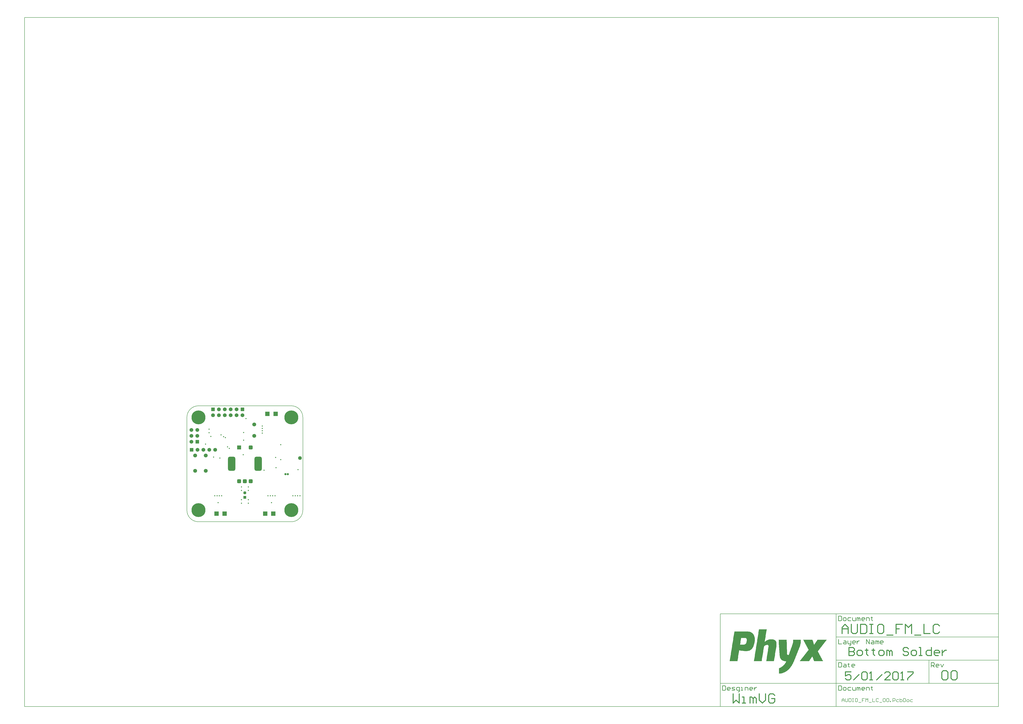
<source format=gbs>
G04 Layer_Color=16711935*
%FSLAX25Y25*%
%MOIN*%
G70*
G01*
G75*
%ADD12C,0.01575*%
%ADD27C,0.00787*%
%ADD33C,0.00591*%
%ADD34C,0.00984*%
%ADD67C,0.06496*%
%ADD68R,0.06496X0.06496*%
%ADD69C,0.23622*%
%ADD70C,0.03740*%
%ADD71C,0.06591*%
%ADD72R,0.07677X0.07677*%
%ADD73R,0.06890X0.06890*%
G04:AMPARAMS|DCode=74|XSize=68.9mil|YSize=68.9mil|CornerRadius=18.7mil|HoleSize=0mil|Usage=FLASHONLY|Rotation=0.000|XOffset=0mil|YOffset=0mil|HoleType=Round|Shape=RoundedRectangle|*
%AMROUNDEDRECTD74*
21,1,0.06890,0.03150,0,0,0.0*
21,1,0.03150,0.06890,0,0,0.0*
1,1,0.03740,0.01575,-0.01575*
1,1,0.03740,-0.01575,-0.01575*
1,1,0.03740,-0.01575,0.01575*
1,1,0.03740,0.01575,0.01575*
%
%ADD74ROUNDEDRECTD74*%
G04:AMPARAMS|DCode=75|XSize=124.02mil|YSize=242.13mil|CornerRadius=32.48mil|HoleSize=0mil|Usage=FLASHONLY|Rotation=0.000|XOffset=0mil|YOffset=0mil|HoleType=Round|Shape=RoundedRectangle|*
%AMROUNDEDRECTD75*
21,1,0.12402,0.17716,0,0,0.0*
21,1,0.05906,0.24213,0,0,0.0*
1,1,0.06496,0.02953,-0.08858*
1,1,0.06496,-0.02953,-0.08858*
1,1,0.06496,-0.02953,0.08858*
1,1,0.06496,0.02953,0.08858*
%
%ADD75ROUNDEDRECTD75*%
%ADD76C,0.06299*%
G04:AMPARAMS|DCode=77|XSize=45.28mil|YSize=45.28mil|CornerRadius=12.8mil|HoleSize=0mil|Usage=FLASHONLY|Rotation=90.000|XOffset=0mil|YOffset=0mil|HoleType=Round|Shape=RoundedRectangle|*
%AMROUNDEDRECTD77*
21,1,0.04528,0.01969,0,0,90.0*
21,1,0.01969,0.04528,0,0,90.0*
1,1,0.02559,0.00984,0.00984*
1,1,0.02559,0.00984,-0.00984*
1,1,0.02559,-0.00984,-0.00984*
1,1,0.02559,-0.00984,0.00984*
%
%ADD77ROUNDEDRECTD77*%
%ADD78R,0.04528X0.04528*%
%ADD79R,0.06496X0.06496*%
%ADD80C,0.01969*%
G36*
X1086432Y-200414D02*
X1086145D01*
Y-200700D01*
X1085859D01*
Y-200987D01*
Y-201273D01*
X1085573D01*
Y-201559D01*
X1085286D01*
Y-201846D01*
X1085000D01*
Y-202132D01*
Y-202418D01*
X1084714D01*
Y-202704D01*
X1084427D01*
Y-202991D01*
X1084141D01*
Y-203277D01*
X1083855D01*
Y-203563D01*
Y-203850D01*
X1083568D01*
Y-204136D01*
X1083282D01*
Y-204422D01*
X1082996D01*
Y-204709D01*
Y-204995D01*
X1082710D01*
Y-205281D01*
X1082423D01*
Y-205568D01*
X1082137D01*
Y-205854D01*
X1081851D01*
Y-206140D01*
Y-206427D01*
X1081564D01*
Y-206713D01*
X1081278D01*
Y-206999D01*
X1080992D01*
Y-207285D01*
Y-207572D01*
X1080705D01*
Y-207858D01*
X1080419D01*
Y-208144D01*
X1080133D01*
Y-208431D01*
Y-208717D01*
X1079846D01*
Y-209003D01*
X1079560D01*
Y-209290D01*
X1079274D01*
Y-209576D01*
X1078988D01*
Y-209862D01*
Y-210149D01*
X1078701D01*
Y-210435D01*
X1078415D01*
Y-210721D01*
X1078129D01*
Y-211007D01*
Y-211294D01*
X1077842D01*
Y-211580D01*
X1077556D01*
Y-211866D01*
X1077270D01*
Y-212153D01*
Y-212439D01*
X1076983D01*
Y-212725D01*
X1076697D01*
Y-213012D01*
X1076411D01*
Y-213298D01*
X1076124D01*
Y-213584D01*
Y-213871D01*
X1075838D01*
Y-214157D01*
X1075552D01*
Y-214443D01*
X1075265D01*
Y-214730D01*
Y-215016D01*
X1074979D01*
Y-215302D01*
X1074693D01*
Y-215588D01*
X1074407D01*
Y-215875D01*
Y-216161D01*
X1074120D01*
Y-216447D01*
X1073834D01*
Y-216734D01*
X1073548D01*
Y-217020D01*
X1073261D01*
Y-217306D01*
Y-217593D01*
X1072975D01*
Y-217879D01*
X1072689D01*
Y-218165D01*
X1072402D01*
Y-218452D01*
Y-218738D01*
X1072116D01*
Y-219024D01*
X1071830D01*
Y-219311D01*
X1071543D01*
Y-219597D01*
X1071257D01*
Y-219883D01*
Y-220169D01*
X1071543D01*
Y-220456D01*
Y-220742D01*
X1071830D01*
Y-221028D01*
Y-221315D01*
X1072116D01*
Y-221601D01*
X1072402D01*
Y-221887D01*
Y-222174D01*
X1072689D01*
Y-222460D01*
Y-222746D01*
X1072975D01*
Y-223033D01*
Y-223319D01*
X1073261D01*
Y-223605D01*
Y-223892D01*
X1073548D01*
Y-224178D01*
Y-224464D01*
X1073834D01*
Y-224750D01*
Y-225037D01*
X1074120D01*
Y-225323D01*
Y-225609D01*
X1074407D01*
Y-225896D01*
Y-226182D01*
X1074693D01*
Y-226468D01*
X1074979D01*
Y-226755D01*
Y-227041D01*
X1075265D01*
Y-227327D01*
Y-227614D01*
X1075552D01*
Y-227900D01*
Y-228186D01*
X1075838D01*
Y-228473D01*
Y-228759D01*
X1076124D01*
Y-229045D01*
Y-229331D01*
X1076411D01*
Y-229618D01*
Y-229904D01*
X1076697D01*
Y-230190D01*
Y-230477D01*
X1076983D01*
Y-230763D01*
X1077270D01*
Y-231049D01*
Y-231336D01*
X1077556D01*
Y-231622D01*
Y-231908D01*
X1077842D01*
Y-232195D01*
Y-232481D01*
X1078129D01*
Y-232767D01*
Y-233054D01*
X1078415D01*
Y-233340D01*
Y-233626D01*
X1078701D01*
Y-233912D01*
Y-234199D01*
X1078988D01*
Y-234485D01*
Y-234771D01*
X1079274D01*
Y-235058D01*
X1079560D01*
Y-235344D01*
Y-235630D01*
X1079846D01*
Y-235917D01*
Y-236203D01*
X1080133D01*
Y-236489D01*
X1064958D01*
Y-236203D01*
X1064672D01*
Y-235917D01*
Y-235630D01*
Y-235344D01*
X1064386D01*
Y-235058D01*
Y-234771D01*
Y-234485D01*
X1064099D01*
Y-234199D01*
Y-233912D01*
X1063813D01*
Y-233626D01*
Y-233340D01*
Y-233054D01*
X1063527D01*
Y-232767D01*
Y-232481D01*
Y-232195D01*
X1063240D01*
Y-231908D01*
Y-231622D01*
X1062954D01*
Y-231336D01*
Y-231049D01*
Y-230763D01*
X1062668D01*
Y-230477D01*
Y-230190D01*
Y-229904D01*
X1062381D01*
Y-229618D01*
Y-229331D01*
Y-229045D01*
X1062095D01*
Y-228759D01*
X1061522D01*
Y-229045D01*
Y-229331D01*
X1061236D01*
Y-229618D01*
X1060950D01*
Y-229904D01*
Y-230190D01*
X1060664D01*
Y-230477D01*
X1060377D01*
Y-230763D01*
Y-231049D01*
X1060091D01*
Y-231336D01*
X1059805D01*
Y-231622D01*
Y-231908D01*
X1059518D01*
Y-232195D01*
X1059232D01*
Y-232481D01*
X1058946D01*
Y-232767D01*
Y-233054D01*
X1058659D01*
Y-233340D01*
X1058373D01*
Y-233626D01*
Y-233912D01*
X1058087D01*
Y-234199D01*
X1057800D01*
Y-234485D01*
Y-234771D01*
X1057514D01*
Y-235058D01*
X1057228D01*
Y-235344D01*
Y-235630D01*
X1056941D01*
Y-235917D01*
X1056655D01*
Y-236203D01*
Y-236489D01*
X1040622D01*
Y-236203D01*
X1040908D01*
Y-235917D01*
X1041194D01*
Y-235630D01*
X1041481D01*
Y-235344D01*
X1041767D01*
Y-235058D01*
Y-234771D01*
X1042053D01*
Y-234485D01*
X1042340D01*
Y-234199D01*
X1042626D01*
Y-233912D01*
X1042912D01*
Y-233626D01*
Y-233340D01*
X1043198D01*
Y-233054D01*
X1043485D01*
Y-232767D01*
X1043771D01*
Y-232481D01*
Y-232195D01*
X1044057D01*
Y-231908D01*
X1044344D01*
Y-231622D01*
X1044630D01*
Y-231336D01*
X1044916D01*
Y-231049D01*
Y-230763D01*
X1045203D01*
Y-230477D01*
X1045489D01*
Y-230190D01*
X1045775D01*
Y-229904D01*
X1046062D01*
Y-229618D01*
Y-229331D01*
X1046348D01*
Y-229045D01*
X1046634D01*
Y-228759D01*
X1046920D01*
Y-228473D01*
Y-228186D01*
X1047207D01*
Y-227900D01*
X1047493D01*
Y-227614D01*
X1047779D01*
Y-227327D01*
X1048066D01*
Y-227041D01*
Y-226755D01*
X1048352D01*
Y-226468D01*
X1048638D01*
Y-226182D01*
X1048925D01*
Y-225896D01*
Y-225609D01*
X1049211D01*
Y-225323D01*
X1049497D01*
Y-225037D01*
X1049784D01*
Y-224750D01*
X1050070D01*
Y-224464D01*
Y-224178D01*
X1050356D01*
Y-223892D01*
X1050642D01*
Y-223605D01*
X1050929D01*
Y-223319D01*
Y-223033D01*
X1051215D01*
Y-222746D01*
X1051501D01*
Y-222460D01*
X1051788D01*
Y-222174D01*
X1052074D01*
Y-221887D01*
Y-221601D01*
X1052360D01*
Y-221315D01*
X1052647D01*
Y-221028D01*
X1052933D01*
Y-220742D01*
X1053219D01*
Y-220456D01*
Y-220169D01*
X1053506D01*
Y-219883D01*
X1053792D01*
Y-219597D01*
X1054078D01*
Y-219311D01*
Y-219024D01*
X1054365D01*
Y-218738D01*
X1054651D01*
Y-218452D01*
X1054937D01*
Y-218165D01*
X1055223D01*
Y-217879D01*
Y-217593D01*
X1055510D01*
Y-217306D01*
Y-217020D01*
Y-216734D01*
X1055223D01*
Y-216447D01*
X1054937D01*
Y-216161D01*
Y-215875D01*
X1054651D01*
Y-215588D01*
Y-215302D01*
X1054365D01*
Y-215016D01*
Y-214730D01*
X1054078D01*
Y-214443D01*
Y-214157D01*
X1053792D01*
Y-213871D01*
Y-213584D01*
X1053506D01*
Y-213298D01*
Y-213012D01*
X1053219D01*
Y-212725D01*
X1052933D01*
Y-212439D01*
Y-212153D01*
X1052647D01*
Y-211866D01*
Y-211580D01*
X1052360D01*
Y-211294D01*
Y-211007D01*
X1052074D01*
Y-210721D01*
Y-210435D01*
X1051788D01*
Y-210149D01*
Y-209862D01*
X1051501D01*
Y-209576D01*
Y-209290D01*
X1051215D01*
Y-209003D01*
X1050929D01*
Y-208717D01*
Y-208431D01*
X1050642D01*
Y-208144D01*
Y-207858D01*
X1050356D01*
Y-207572D01*
Y-207285D01*
X1050070D01*
Y-206999D01*
Y-206713D01*
X1049784D01*
Y-206427D01*
Y-206140D01*
X1049497D01*
Y-205854D01*
Y-205568D01*
X1049211D01*
Y-205281D01*
Y-204995D01*
X1048925D01*
Y-204709D01*
X1048638D01*
Y-204422D01*
Y-204136D01*
X1048352D01*
Y-203850D01*
Y-203563D01*
X1048066D01*
Y-203277D01*
Y-202991D01*
X1047779D01*
Y-202704D01*
Y-202418D01*
X1047493D01*
Y-202132D01*
Y-201846D01*
X1047207D01*
Y-201559D01*
Y-201273D01*
X1046920D01*
Y-200987D01*
X1046634D01*
Y-200700D01*
Y-200414D01*
X1046348D01*
Y-200128D01*
X1062095D01*
Y-200414D01*
X1062381D01*
Y-200700D01*
Y-200987D01*
Y-201273D01*
X1062668D01*
Y-201559D01*
Y-201846D01*
Y-202132D01*
X1062954D01*
Y-202418D01*
Y-202704D01*
Y-202991D01*
X1063240D01*
Y-203277D01*
Y-203563D01*
Y-203850D01*
X1063527D01*
Y-204136D01*
Y-204422D01*
Y-204709D01*
X1063813D01*
Y-204995D01*
Y-205281D01*
Y-205568D01*
X1064099D01*
Y-205854D01*
Y-206140D01*
Y-206427D01*
X1064386D01*
Y-206713D01*
Y-206999D01*
Y-207285D01*
X1064672D01*
Y-207572D01*
Y-207858D01*
Y-208144D01*
Y-208431D01*
X1065244D01*
Y-208144D01*
X1065531D01*
Y-207858D01*
X1065817D01*
Y-207572D01*
Y-207285D01*
X1066103D01*
Y-206999D01*
X1066390D01*
Y-206713D01*
Y-206427D01*
X1066676D01*
Y-206140D01*
X1066962D01*
Y-205854D01*
Y-205568D01*
X1067249D01*
Y-205281D01*
X1067535D01*
Y-204995D01*
Y-204709D01*
X1067821D01*
Y-204422D01*
X1068108D01*
Y-204136D01*
Y-203850D01*
X1068394D01*
Y-203563D01*
X1068680D01*
Y-203277D01*
Y-202991D01*
X1068966D01*
Y-202704D01*
X1069253D01*
Y-202418D01*
Y-202132D01*
X1069539D01*
Y-201846D01*
X1069825D01*
Y-201559D01*
Y-201273D01*
X1070112D01*
Y-200987D01*
X1070398D01*
Y-200700D01*
Y-200414D01*
X1070684D01*
Y-200128D01*
X1086432D01*
Y-200414D01*
D02*
G37*
G36*
X953296Y-186385D02*
X955014D01*
Y-186671D01*
X955873D01*
Y-186957D01*
X956732D01*
Y-187243D01*
X957591D01*
Y-187530D01*
X958164D01*
Y-187816D01*
X958450D01*
Y-188102D01*
X959022D01*
Y-188389D01*
X959309D01*
Y-188675D01*
X959881D01*
Y-188961D01*
X960168D01*
Y-189248D01*
X960454D01*
Y-189534D01*
X960740D01*
Y-189820D01*
X961027D01*
Y-190107D01*
X961313D01*
Y-190393D01*
X961599D01*
Y-190679D01*
Y-190966D01*
X961886D01*
Y-191252D01*
X962172D01*
Y-191538D01*
Y-191824D01*
X962458D01*
Y-192111D01*
X962745D01*
Y-192397D01*
Y-192683D01*
X963031D01*
Y-192970D01*
Y-193256D01*
Y-193542D01*
X963317D01*
Y-193829D01*
Y-194115D01*
Y-194401D01*
X963603D01*
Y-194688D01*
Y-194974D01*
Y-195260D01*
Y-195547D01*
X963890D01*
Y-195833D01*
Y-196119D01*
Y-196405D01*
Y-196692D01*
Y-196978D01*
X964176D01*
Y-197265D01*
Y-197551D01*
Y-197837D01*
Y-198123D01*
Y-198410D01*
Y-198696D01*
Y-198982D01*
Y-199269D01*
Y-199555D01*
Y-199841D01*
Y-200128D01*
Y-200414D01*
Y-200700D01*
Y-200987D01*
Y-201273D01*
Y-201559D01*
Y-201846D01*
Y-202132D01*
Y-202418D01*
Y-202704D01*
X963890D01*
Y-202991D01*
Y-203277D01*
Y-203563D01*
Y-203850D01*
Y-204136D01*
Y-204422D01*
Y-204709D01*
X963603D01*
Y-204995D01*
Y-205281D01*
Y-205568D01*
Y-205854D01*
Y-206140D01*
X963317D01*
Y-206427D01*
Y-206713D01*
Y-206999D01*
Y-207285D01*
Y-207572D01*
X963031D01*
Y-207858D01*
Y-208144D01*
Y-208431D01*
X962745D01*
Y-208717D01*
Y-209003D01*
Y-209290D01*
Y-209576D01*
X962458D01*
Y-209862D01*
Y-210149D01*
Y-210435D01*
X962172D01*
Y-210721D01*
Y-211007D01*
X961886D01*
Y-211294D01*
Y-211580D01*
Y-211866D01*
X961599D01*
Y-212153D01*
Y-212439D01*
X961313D01*
Y-212725D01*
Y-213012D01*
X961027D01*
Y-213298D01*
Y-213584D01*
X960740D01*
Y-213871D01*
X960454D01*
Y-214157D01*
Y-214443D01*
X960168D01*
Y-214730D01*
X959881D01*
Y-215016D01*
X959595D01*
Y-215302D01*
Y-215588D01*
X959309D01*
Y-215875D01*
X959022D01*
Y-216161D01*
X958736D01*
Y-216447D01*
X958450D01*
Y-216734D01*
X958164D01*
Y-217020D01*
X957591D01*
Y-217306D01*
X957304D01*
Y-217593D01*
X956732D01*
Y-217879D01*
X956446D01*
Y-218165D01*
X955873D01*
Y-218452D01*
X955014D01*
Y-218738D01*
X954155D01*
Y-219024D01*
X953296D01*
Y-219311D01*
X951578D01*
Y-219597D01*
X946425D01*
Y-219311D01*
X943848D01*
Y-219024D01*
X941844D01*
Y-218738D01*
X940412D01*
Y-218452D01*
X938980D01*
Y-218165D01*
X937549D01*
Y-218452D01*
Y-218738D01*
Y-219024D01*
Y-219311D01*
Y-219597D01*
Y-219883D01*
Y-220169D01*
X937263D01*
Y-220456D01*
Y-220742D01*
Y-221028D01*
Y-221315D01*
Y-221601D01*
Y-221887D01*
X936976D01*
Y-222174D01*
Y-222460D01*
Y-222746D01*
Y-223033D01*
Y-223319D01*
Y-223605D01*
X936690D01*
Y-223892D01*
Y-224178D01*
Y-224464D01*
Y-224750D01*
Y-225037D01*
Y-225323D01*
Y-225609D01*
X936404D01*
Y-225896D01*
Y-226182D01*
Y-226468D01*
Y-226755D01*
Y-227041D01*
Y-227327D01*
X936117D01*
Y-227614D01*
Y-227900D01*
Y-228186D01*
Y-228473D01*
Y-228759D01*
Y-229045D01*
X935831D01*
Y-229331D01*
Y-229618D01*
Y-229904D01*
Y-230190D01*
Y-230477D01*
Y-230763D01*
Y-231049D01*
X935545D01*
Y-231336D01*
Y-231622D01*
Y-231908D01*
Y-232195D01*
Y-232481D01*
Y-232767D01*
X935258D01*
Y-233054D01*
Y-233340D01*
Y-233626D01*
Y-233912D01*
Y-234199D01*
Y-234485D01*
X934972D01*
Y-234771D01*
Y-235058D01*
Y-235344D01*
Y-235630D01*
Y-235917D01*
Y-236203D01*
Y-236489D01*
X921515D01*
Y-236203D01*
X921802D01*
Y-235917D01*
Y-235630D01*
Y-235344D01*
Y-235058D01*
Y-234771D01*
X922088D01*
Y-234485D01*
Y-234199D01*
Y-233912D01*
Y-233626D01*
Y-233340D01*
Y-233054D01*
Y-232767D01*
X922374D01*
Y-232481D01*
Y-232195D01*
Y-231908D01*
Y-231622D01*
Y-231336D01*
Y-231049D01*
X922661D01*
Y-230763D01*
Y-230477D01*
Y-230190D01*
Y-229904D01*
Y-229618D01*
Y-229331D01*
X922947D01*
Y-229045D01*
Y-228759D01*
Y-228473D01*
Y-228186D01*
Y-227900D01*
Y-227614D01*
Y-227327D01*
X923233D01*
Y-227041D01*
Y-226755D01*
Y-226468D01*
Y-226182D01*
Y-225896D01*
Y-225609D01*
X923520D01*
Y-225323D01*
Y-225037D01*
Y-224750D01*
Y-224464D01*
Y-224178D01*
Y-223892D01*
X923806D01*
Y-223605D01*
Y-223319D01*
Y-223033D01*
Y-222746D01*
Y-222460D01*
Y-222174D01*
X924092D01*
Y-221887D01*
Y-221601D01*
Y-221315D01*
Y-221028D01*
Y-220742D01*
Y-220456D01*
Y-220169D01*
X924379D01*
Y-219883D01*
Y-219597D01*
Y-219311D01*
Y-219024D01*
Y-218738D01*
Y-218452D01*
X924665D01*
Y-218165D01*
Y-217879D01*
Y-217593D01*
Y-217306D01*
Y-217020D01*
Y-216734D01*
X924951D01*
Y-216447D01*
Y-216161D01*
Y-215875D01*
Y-215588D01*
Y-215302D01*
Y-215016D01*
X925237D01*
Y-214730D01*
Y-214443D01*
Y-214157D01*
Y-213871D01*
Y-213584D01*
Y-213298D01*
Y-213012D01*
X925524D01*
Y-212725D01*
Y-212439D01*
Y-212153D01*
Y-211866D01*
Y-211580D01*
Y-211294D01*
X925810D01*
Y-211007D01*
Y-210721D01*
Y-210435D01*
Y-210149D01*
Y-209862D01*
Y-209576D01*
X926096D01*
Y-209290D01*
Y-209003D01*
Y-208717D01*
Y-208431D01*
Y-208144D01*
Y-207858D01*
Y-207572D01*
X926383D01*
Y-207285D01*
Y-206999D01*
Y-206713D01*
Y-206427D01*
Y-206140D01*
Y-205854D01*
X926669D01*
Y-205568D01*
Y-205281D01*
Y-204995D01*
Y-204709D01*
Y-204422D01*
Y-204136D01*
X926955D01*
Y-203850D01*
Y-203563D01*
Y-203277D01*
Y-202991D01*
Y-202704D01*
Y-202418D01*
X927242D01*
Y-202132D01*
Y-201846D01*
Y-201559D01*
Y-201273D01*
Y-200987D01*
Y-200700D01*
Y-200414D01*
X927528D01*
Y-200128D01*
Y-199841D01*
Y-199555D01*
Y-199269D01*
Y-198982D01*
Y-198696D01*
X927814D01*
Y-198410D01*
Y-198123D01*
Y-197837D01*
Y-197551D01*
Y-197265D01*
Y-196978D01*
X928101D01*
Y-196692D01*
Y-196405D01*
Y-196119D01*
Y-195833D01*
Y-195547D01*
Y-195260D01*
Y-194974D01*
X928387D01*
Y-194688D01*
Y-194401D01*
Y-194115D01*
Y-193829D01*
Y-193542D01*
Y-193256D01*
X928673D01*
Y-192970D01*
Y-192683D01*
Y-192397D01*
Y-192111D01*
Y-191824D01*
Y-191538D01*
X928960D01*
Y-191252D01*
Y-190966D01*
Y-190679D01*
Y-190393D01*
Y-190107D01*
Y-189820D01*
Y-189534D01*
X929246D01*
Y-189248D01*
Y-188961D01*
Y-188675D01*
Y-188389D01*
Y-188102D01*
Y-187816D01*
X929532D01*
Y-187530D01*
Y-187243D01*
Y-186957D01*
Y-186671D01*
Y-186385D01*
Y-186098D01*
X953296D01*
Y-186385D01*
D02*
G37*
G36*
X1042340Y-200414D02*
Y-200700D01*
Y-200987D01*
Y-201273D01*
Y-201559D01*
Y-201846D01*
Y-202132D01*
Y-202418D01*
Y-202704D01*
Y-202991D01*
Y-203277D01*
Y-203563D01*
Y-203850D01*
Y-204136D01*
Y-204422D01*
Y-204709D01*
Y-204995D01*
Y-205281D01*
Y-205568D01*
Y-205854D01*
Y-206140D01*
X1042053D01*
Y-206427D01*
Y-206713D01*
Y-206999D01*
Y-207285D01*
Y-207572D01*
X1041767D01*
Y-207858D01*
Y-208144D01*
Y-208431D01*
Y-208717D01*
X1041481D01*
Y-209003D01*
Y-209290D01*
Y-209576D01*
Y-209862D01*
X1041194D01*
Y-210149D01*
Y-210435D01*
Y-210721D01*
X1040908D01*
Y-211007D01*
Y-211294D01*
Y-211580D01*
X1040622D01*
Y-211866D01*
Y-212153D01*
Y-212439D01*
X1040335D01*
Y-212725D01*
Y-213012D01*
Y-213298D01*
X1040049D01*
Y-213584D01*
Y-213871D01*
X1039763D01*
Y-214157D01*
Y-214443D01*
X1039476D01*
Y-214730D01*
Y-215016D01*
Y-215302D01*
X1039190D01*
Y-215588D01*
Y-215875D01*
X1038904D01*
Y-216161D01*
Y-216447D01*
Y-216734D01*
X1038617D01*
Y-217020D01*
Y-217306D01*
X1038331D01*
Y-217593D01*
Y-217879D01*
Y-218165D01*
X1038045D01*
Y-218452D01*
Y-218738D01*
X1037758D01*
Y-219024D01*
Y-219311D01*
Y-219597D01*
X1037472D01*
Y-219883D01*
Y-220169D01*
X1037186D01*
Y-220456D01*
Y-220742D01*
Y-221028D01*
X1036899D01*
Y-221315D01*
Y-221601D01*
X1036613D01*
Y-221887D01*
Y-222174D01*
Y-222460D01*
X1036327D01*
Y-222746D01*
Y-223033D01*
X1036041D01*
Y-223319D01*
Y-223605D01*
Y-223892D01*
X1035754D01*
Y-224178D01*
Y-224464D01*
X1035468D01*
Y-224750D01*
Y-225037D01*
Y-225323D01*
X1035182D01*
Y-225609D01*
Y-225896D01*
X1034895D01*
Y-226182D01*
Y-226468D01*
Y-226755D01*
X1034609D01*
Y-227041D01*
Y-227327D01*
X1034323D01*
Y-227614D01*
Y-227900D01*
Y-228186D01*
X1034036D01*
Y-228473D01*
Y-228759D01*
X1033750D01*
Y-229045D01*
Y-229331D01*
Y-229618D01*
X1033464D01*
Y-229904D01*
Y-230190D01*
X1033177D01*
Y-230477D01*
Y-230763D01*
Y-231049D01*
X1032891D01*
Y-231336D01*
Y-231622D01*
X1032605D01*
Y-231908D01*
Y-232195D01*
Y-232481D01*
X1032318D01*
Y-232767D01*
Y-233054D01*
X1032032D01*
Y-233340D01*
Y-233626D01*
Y-233912D01*
X1031746D01*
Y-234199D01*
Y-234485D01*
X1031460D01*
Y-234771D01*
Y-235058D01*
Y-235344D01*
X1031173D01*
Y-235630D01*
Y-235917D01*
X1030887D01*
Y-236203D01*
Y-236489D01*
Y-236776D01*
X1030601D01*
Y-237062D01*
Y-237348D01*
X1030314D01*
Y-237635D01*
Y-237921D01*
X1030028D01*
Y-238207D01*
Y-238493D01*
X1029742D01*
Y-238780D01*
Y-239066D01*
Y-239352D01*
X1029455D01*
Y-239639D01*
X1029169D01*
Y-239925D01*
Y-240211D01*
Y-240498D01*
X1028883D01*
Y-240784D01*
X1028596D01*
Y-241070D01*
Y-241357D01*
X1028310D01*
Y-241643D01*
Y-241929D01*
X1028024D01*
Y-242216D01*
Y-242502D01*
X1027738D01*
Y-242788D01*
Y-243074D01*
X1027451D01*
Y-243361D01*
X1027165D01*
Y-243647D01*
Y-243934D01*
X1026879D01*
Y-244220D01*
Y-244506D01*
X1026592D01*
Y-244792D01*
X1026306D01*
Y-245079D01*
X1026020D01*
Y-245365D01*
Y-245651D01*
X1025733D01*
Y-245938D01*
X1025447D01*
Y-246224D01*
Y-246510D01*
X1025161D01*
Y-246797D01*
X1024874D01*
Y-247083D01*
X1024588D01*
Y-247369D01*
Y-247656D01*
X1024302D01*
Y-247942D01*
X1024015D01*
Y-248228D01*
X1023729D01*
Y-248515D01*
X1023443D01*
Y-248801D01*
X1023157D01*
Y-249087D01*
Y-249373D01*
X1022870D01*
Y-249660D01*
X1022584D01*
Y-249946D01*
X1022298D01*
Y-250232D01*
X1022011D01*
Y-250519D01*
X1021725D01*
Y-250805D01*
X1021439D01*
Y-251091D01*
X1021152D01*
Y-251378D01*
X1020580D01*
Y-251664D01*
X1020293D01*
Y-251950D01*
X1020007D01*
Y-252237D01*
X1019721D01*
Y-252523D01*
X1019434D01*
Y-252809D01*
X1018862D01*
Y-253096D01*
X1018575D01*
Y-253382D01*
X1018003D01*
Y-253668D01*
X1017717D01*
Y-253954D01*
X1017144D01*
Y-254241D01*
X1016858D01*
Y-254527D01*
X1016285D01*
Y-254813D01*
X1015712D01*
Y-255100D01*
X1015140D01*
Y-255386D01*
X1014567D01*
Y-255672D01*
X1013995D01*
Y-255959D01*
X1013136D01*
Y-256245D01*
X1012563D01*
Y-256531D01*
X1011704D01*
Y-256818D01*
X1010559D01*
Y-257104D01*
X1009414D01*
Y-257390D01*
X1007696D01*
Y-257677D01*
X1005691D01*
Y-257963D01*
X1005405D01*
Y-257677D01*
Y-257390D01*
Y-257104D01*
Y-256818D01*
Y-256531D01*
Y-256245D01*
Y-255959D01*
Y-255672D01*
Y-255386D01*
Y-255100D01*
Y-254813D01*
Y-254527D01*
Y-254241D01*
Y-253954D01*
Y-253668D01*
Y-253382D01*
Y-253096D01*
Y-252809D01*
Y-252523D01*
Y-252237D01*
Y-251950D01*
Y-251664D01*
Y-251378D01*
Y-251091D01*
Y-250805D01*
Y-250519D01*
Y-250232D01*
Y-249946D01*
Y-249660D01*
Y-249373D01*
Y-249087D01*
Y-248801D01*
Y-248515D01*
X1005978D01*
Y-248228D01*
X1006550D01*
Y-247942D01*
X1007123D01*
Y-247656D01*
X1007696D01*
Y-247369D01*
X1008268D01*
Y-247083D01*
X1008841D01*
Y-246797D01*
X1009127D01*
Y-246510D01*
X1009700D01*
Y-246224D01*
X1009986D01*
Y-245938D01*
X1010559D01*
Y-245651D01*
X1010845D01*
Y-245365D01*
X1011131D01*
Y-245079D01*
X1011704D01*
Y-244792D01*
X1011990D01*
Y-244506D01*
X1012277D01*
Y-244220D01*
X1012563D01*
Y-243934D01*
X1012849D01*
Y-243647D01*
X1013136D01*
Y-243361D01*
X1013422D01*
Y-243074D01*
X1013708D01*
Y-242788D01*
X1013995D01*
Y-242502D01*
X1014281D01*
Y-242216D01*
X1014567D01*
Y-241929D01*
X1014853D01*
Y-241643D01*
Y-241357D01*
X1015140D01*
Y-241070D01*
X1015426D01*
Y-240784D01*
X1015712D01*
Y-240498D01*
Y-240211D01*
X1015999D01*
Y-239925D01*
X1016285D01*
Y-239639D01*
Y-239352D01*
X1016571D01*
Y-239066D01*
Y-238780D01*
X1016858D01*
Y-238493D01*
X1017144D01*
Y-238207D01*
Y-237921D01*
X1017430D01*
Y-237635D01*
Y-237348D01*
X1017717D01*
Y-237062D01*
Y-236776D01*
X1015999D01*
Y-236489D01*
X1013995D01*
Y-236203D01*
X1012849D01*
Y-235917D01*
X1012277D01*
Y-235630D01*
X1011418D01*
Y-235344D01*
X1010845D01*
Y-235058D01*
X1010559D01*
Y-234771D01*
X1009986D01*
Y-234485D01*
X1009700D01*
Y-234199D01*
X1009414D01*
Y-233912D01*
X1009127D01*
Y-233626D01*
X1008841D01*
Y-233340D01*
X1008554D01*
Y-233054D01*
Y-232767D01*
X1008268D01*
Y-232481D01*
X1007982D01*
Y-232195D01*
Y-231908D01*
X1007696D01*
Y-231622D01*
Y-231336D01*
X1007409D01*
Y-231049D01*
Y-230763D01*
X1007123D01*
Y-230477D01*
Y-230190D01*
Y-229904D01*
X1006837D01*
Y-229618D01*
Y-229331D01*
Y-229045D01*
Y-228759D01*
X1006550D01*
Y-228473D01*
Y-228186D01*
Y-227900D01*
Y-227614D01*
Y-227327D01*
Y-227041D01*
Y-226755D01*
X1006264D01*
Y-226468D01*
Y-226182D01*
Y-225896D01*
Y-225609D01*
Y-225323D01*
Y-225037D01*
Y-224750D01*
Y-224464D01*
Y-224178D01*
Y-223892D01*
Y-223605D01*
Y-223319D01*
Y-223033D01*
Y-222746D01*
Y-222460D01*
X1005978D01*
Y-222174D01*
Y-221887D01*
Y-221601D01*
Y-221315D01*
Y-221028D01*
Y-220742D01*
Y-220456D01*
Y-220169D01*
Y-219883D01*
Y-219597D01*
Y-219311D01*
Y-219024D01*
Y-218738D01*
Y-218452D01*
Y-218165D01*
X1005691D01*
Y-217879D01*
Y-217593D01*
Y-217306D01*
Y-217020D01*
Y-216734D01*
Y-216447D01*
Y-216161D01*
Y-215875D01*
Y-215588D01*
Y-215302D01*
Y-215016D01*
Y-214730D01*
Y-214443D01*
Y-214157D01*
Y-213871D01*
Y-213584D01*
X1005405D01*
Y-213298D01*
Y-213012D01*
Y-212725D01*
Y-212439D01*
Y-212153D01*
Y-211866D01*
Y-211580D01*
Y-211294D01*
Y-211007D01*
Y-210721D01*
Y-210435D01*
Y-210149D01*
Y-209862D01*
Y-209576D01*
Y-209290D01*
Y-209003D01*
X1005119D01*
Y-208717D01*
Y-208431D01*
Y-208144D01*
Y-207858D01*
Y-207572D01*
Y-207285D01*
Y-206999D01*
Y-206713D01*
Y-206427D01*
Y-206140D01*
Y-205854D01*
Y-205568D01*
Y-205281D01*
Y-204995D01*
X1004832D01*
Y-204709D01*
Y-204422D01*
Y-204136D01*
Y-203850D01*
Y-203563D01*
Y-203277D01*
Y-202991D01*
Y-202704D01*
Y-202418D01*
Y-202132D01*
Y-201846D01*
Y-201559D01*
Y-201273D01*
Y-200987D01*
Y-200700D01*
Y-200414D01*
X1004546D01*
Y-200128D01*
X1018289D01*
Y-200414D01*
Y-200700D01*
Y-200987D01*
Y-201273D01*
Y-201559D01*
Y-201846D01*
Y-202132D01*
Y-202418D01*
Y-202704D01*
Y-202991D01*
Y-203277D01*
Y-203563D01*
Y-203850D01*
Y-204136D01*
X1018575D01*
Y-204422D01*
Y-204709D01*
Y-204995D01*
Y-205281D01*
Y-205568D01*
Y-205854D01*
Y-206140D01*
Y-206427D01*
Y-206713D01*
Y-206999D01*
Y-207285D01*
Y-207572D01*
Y-207858D01*
Y-208144D01*
Y-208431D01*
Y-208717D01*
Y-209003D01*
Y-209290D01*
Y-209576D01*
Y-209862D01*
Y-210149D01*
Y-210435D01*
Y-210721D01*
Y-211007D01*
Y-211294D01*
Y-211580D01*
Y-211866D01*
Y-212153D01*
Y-212439D01*
Y-212725D01*
Y-213012D01*
Y-213298D01*
Y-213584D01*
Y-213871D01*
Y-214157D01*
Y-214443D01*
Y-214730D01*
Y-215016D01*
Y-215302D01*
Y-215588D01*
Y-215875D01*
X1018862D01*
Y-216161D01*
X1018575D01*
Y-216447D01*
Y-216734D01*
X1018862D01*
Y-217020D01*
Y-217306D01*
Y-217593D01*
Y-217879D01*
Y-218165D01*
Y-218452D01*
Y-218738D01*
Y-219024D01*
Y-219311D01*
Y-219597D01*
Y-219883D01*
Y-220169D01*
Y-220456D01*
Y-220742D01*
Y-221028D01*
Y-221315D01*
Y-221601D01*
Y-221887D01*
Y-222174D01*
Y-222460D01*
Y-222746D01*
Y-223033D01*
Y-223319D01*
Y-223605D01*
Y-223892D01*
Y-224178D01*
X1019148D01*
Y-224464D01*
Y-224750D01*
Y-225037D01*
X1019434D01*
Y-225323D01*
X1019721D01*
Y-225609D01*
X1020007D01*
Y-225896D01*
X1020866D01*
Y-226182D01*
X1021725D01*
Y-225896D01*
X1022011D01*
Y-225609D01*
Y-225323D01*
Y-225037D01*
X1022298D01*
Y-224750D01*
Y-224464D01*
X1022584D01*
Y-224178D01*
Y-223892D01*
Y-223605D01*
X1022870D01*
Y-223319D01*
Y-223033D01*
Y-222746D01*
X1023157D01*
Y-222460D01*
Y-222174D01*
Y-221887D01*
X1023443D01*
Y-221601D01*
Y-221315D01*
Y-221028D01*
X1023729D01*
Y-220742D01*
Y-220456D01*
X1024015D01*
Y-220169D01*
Y-219883D01*
Y-219597D01*
X1024302D01*
Y-219311D01*
Y-219024D01*
Y-218738D01*
X1024588D01*
Y-218452D01*
Y-218165D01*
Y-217879D01*
X1024874D01*
Y-217593D01*
Y-217306D01*
X1025161D01*
Y-217020D01*
Y-216734D01*
Y-216447D01*
X1025447D01*
Y-216161D01*
Y-215875D01*
Y-215588D01*
X1025733D01*
Y-215302D01*
Y-215016D01*
Y-214730D01*
X1026020D01*
Y-214443D01*
Y-214157D01*
X1026306D01*
Y-213871D01*
Y-213584D01*
Y-213298D01*
X1026592D01*
Y-213012D01*
Y-212725D01*
Y-212439D01*
X1026879D01*
Y-212153D01*
Y-211866D01*
Y-211580D01*
X1027165D01*
Y-211294D01*
Y-211007D01*
X1027451D01*
Y-210721D01*
Y-210435D01*
Y-210149D01*
X1027738D01*
Y-209862D01*
Y-209576D01*
Y-209290D01*
X1028024D01*
Y-209003D01*
Y-208717D01*
Y-208431D01*
X1028310D01*
Y-208144D01*
Y-207858D01*
Y-207572D01*
Y-207285D01*
X1028596D01*
Y-206999D01*
Y-206713D01*
Y-206427D01*
Y-206140D01*
X1028883D01*
Y-205854D01*
Y-205568D01*
Y-205281D01*
Y-204995D01*
Y-204709D01*
X1029169D01*
Y-204422D01*
Y-204136D01*
Y-203850D01*
Y-203563D01*
Y-203277D01*
Y-202991D01*
X1029455D01*
Y-202704D01*
Y-202418D01*
Y-202132D01*
Y-201846D01*
Y-201559D01*
Y-201273D01*
Y-200987D01*
Y-200700D01*
Y-200414D01*
Y-200128D01*
X1042340D01*
Y-200414D01*
D02*
G37*
G36*
X984504Y-182949D02*
Y-183235D01*
X984218D01*
Y-183521D01*
Y-183808D01*
Y-184094D01*
Y-184380D01*
Y-184667D01*
Y-184953D01*
X983932D01*
Y-185239D01*
Y-185526D01*
Y-185812D01*
Y-186098D01*
Y-186385D01*
Y-186671D01*
X983645D01*
Y-186957D01*
Y-187243D01*
Y-187530D01*
Y-187816D01*
Y-188102D01*
Y-188389D01*
Y-188675D01*
X983359D01*
Y-188961D01*
Y-189248D01*
Y-189534D01*
Y-189820D01*
Y-190107D01*
Y-190393D01*
X983073D01*
Y-190679D01*
Y-190966D01*
Y-191252D01*
Y-191538D01*
Y-191824D01*
Y-192111D01*
X982786D01*
Y-192397D01*
Y-192683D01*
Y-192970D01*
Y-193256D01*
Y-193542D01*
Y-193829D01*
Y-194115D01*
X982500D01*
Y-194401D01*
Y-194688D01*
Y-194974D01*
Y-195260D01*
Y-195547D01*
Y-195833D01*
X982214D01*
Y-196119D01*
Y-196405D01*
Y-196692D01*
Y-196978D01*
Y-197265D01*
Y-197551D01*
X981927D01*
Y-197837D01*
Y-198123D01*
Y-198410D01*
Y-198696D01*
Y-198982D01*
Y-199269D01*
X981641D01*
Y-199555D01*
Y-199841D01*
Y-200128D01*
Y-200414D01*
Y-200700D01*
Y-200987D01*
Y-201273D01*
X981355D01*
Y-201559D01*
Y-201846D01*
Y-202132D01*
Y-202418D01*
Y-202704D01*
Y-202991D01*
X981069D01*
Y-203277D01*
Y-203563D01*
X981641D01*
Y-203277D01*
X981927D01*
Y-202991D01*
X982214D01*
Y-202704D01*
X982786D01*
Y-202418D01*
X983073D01*
Y-202132D01*
X983359D01*
Y-201846D01*
X983932D01*
Y-201559D01*
X984504D01*
Y-201273D01*
X984791D01*
Y-200987D01*
X985363D01*
Y-200700D01*
X986222D01*
Y-200414D01*
X986795D01*
Y-200128D01*
X987654D01*
Y-199841D01*
X989085D01*
Y-199555D01*
X995384D01*
Y-199841D01*
X996529D01*
Y-200128D01*
X997388D01*
Y-200414D01*
X997961D01*
Y-200700D01*
X998247D01*
Y-200987D01*
X998820D01*
Y-201273D01*
X999106D01*
Y-201559D01*
X999393D01*
Y-201846D01*
X999679D01*
Y-202132D01*
X999965D01*
Y-202418D01*
Y-202704D01*
X1000251D01*
Y-202991D01*
Y-203277D01*
X1000538D01*
Y-203563D01*
Y-203850D01*
Y-204136D01*
X1000824D01*
Y-204422D01*
Y-204709D01*
Y-204995D01*
Y-205281D01*
X1001110D01*
Y-205568D01*
Y-205854D01*
Y-206140D01*
Y-206427D01*
Y-206713D01*
Y-206999D01*
Y-207285D01*
Y-207572D01*
Y-207858D01*
Y-208144D01*
Y-208431D01*
Y-208717D01*
Y-209003D01*
Y-209290D01*
Y-209576D01*
Y-209862D01*
Y-210149D01*
Y-210435D01*
X1000824D01*
Y-210721D01*
Y-211007D01*
Y-211294D01*
Y-211580D01*
Y-211866D01*
Y-212153D01*
Y-212439D01*
X1000538D01*
Y-212725D01*
Y-213012D01*
Y-213298D01*
Y-213584D01*
Y-213871D01*
Y-214157D01*
Y-214443D01*
X1000251D01*
Y-214730D01*
Y-215016D01*
Y-215302D01*
Y-215588D01*
Y-215875D01*
Y-216161D01*
X999965D01*
Y-216447D01*
Y-216734D01*
Y-217020D01*
Y-217306D01*
Y-217593D01*
Y-217879D01*
X999679D01*
Y-218165D01*
Y-218452D01*
Y-218738D01*
Y-219024D01*
Y-219311D01*
Y-219597D01*
X999393D01*
Y-219883D01*
Y-220169D01*
Y-220456D01*
Y-220742D01*
Y-221028D01*
Y-221315D01*
Y-221601D01*
X999106D01*
Y-221887D01*
Y-222174D01*
Y-222460D01*
Y-222746D01*
Y-223033D01*
Y-223319D01*
X998820D01*
Y-223605D01*
Y-223892D01*
Y-224178D01*
Y-224464D01*
Y-224750D01*
Y-225037D01*
X998534D01*
Y-225323D01*
Y-225609D01*
Y-225896D01*
Y-226182D01*
Y-226468D01*
Y-226755D01*
Y-227041D01*
X998247D01*
Y-227327D01*
Y-227614D01*
Y-227900D01*
Y-228186D01*
Y-228473D01*
Y-228759D01*
X997961D01*
Y-229045D01*
Y-229331D01*
Y-229618D01*
Y-229904D01*
Y-230190D01*
Y-230477D01*
X997675D01*
Y-230763D01*
Y-231049D01*
Y-231336D01*
Y-231622D01*
Y-231908D01*
Y-232195D01*
X997388D01*
Y-232481D01*
Y-232767D01*
Y-233054D01*
Y-233340D01*
Y-233626D01*
Y-233912D01*
Y-234199D01*
X997102D01*
Y-234485D01*
Y-234771D01*
Y-235058D01*
Y-235344D01*
Y-235630D01*
Y-235917D01*
X996816D01*
Y-236203D01*
Y-236489D01*
X983645D01*
Y-236203D01*
Y-235917D01*
X983932D01*
Y-235630D01*
Y-235344D01*
Y-235058D01*
Y-234771D01*
Y-234485D01*
Y-234199D01*
X984218D01*
Y-233912D01*
Y-233626D01*
Y-233340D01*
Y-233054D01*
Y-232767D01*
Y-232481D01*
Y-232195D01*
X984504D01*
Y-231908D01*
Y-231622D01*
Y-231336D01*
Y-231049D01*
Y-230763D01*
Y-230477D01*
X984791D01*
Y-230190D01*
Y-229904D01*
Y-229618D01*
Y-229331D01*
Y-229045D01*
Y-228759D01*
X985077D01*
Y-228473D01*
Y-228186D01*
Y-227900D01*
Y-227614D01*
Y-227327D01*
Y-227041D01*
Y-226755D01*
X985363D01*
Y-226468D01*
Y-226182D01*
Y-225896D01*
Y-225609D01*
Y-225323D01*
Y-225037D01*
X985649D01*
Y-224750D01*
Y-224464D01*
Y-224178D01*
Y-223892D01*
Y-223605D01*
Y-223319D01*
Y-223033D01*
X985936D01*
Y-222746D01*
Y-222460D01*
Y-222174D01*
Y-221887D01*
Y-221601D01*
Y-221315D01*
X986222D01*
Y-221028D01*
Y-220742D01*
Y-220456D01*
Y-220169D01*
Y-219883D01*
Y-219597D01*
X986508D01*
Y-219311D01*
Y-219024D01*
Y-218738D01*
Y-218452D01*
Y-218165D01*
Y-217879D01*
X986795D01*
Y-217593D01*
Y-217306D01*
Y-217020D01*
Y-216734D01*
Y-216447D01*
Y-216161D01*
Y-215875D01*
X987081D01*
Y-215588D01*
Y-215302D01*
Y-215016D01*
Y-214730D01*
Y-214443D01*
Y-214157D01*
X987367D01*
Y-213871D01*
Y-213584D01*
Y-213298D01*
Y-213012D01*
Y-212725D01*
Y-212439D01*
Y-212153D01*
X987654D01*
Y-211866D01*
Y-211580D01*
Y-211294D01*
Y-211007D01*
Y-210721D01*
Y-210435D01*
X987367D01*
Y-210149D01*
Y-209862D01*
X987081D01*
Y-209576D01*
X986795D01*
Y-209290D01*
X986222D01*
Y-209003D01*
X984504D01*
Y-209290D01*
X983073D01*
Y-209576D01*
X982214D01*
Y-209862D01*
X981641D01*
Y-210149D01*
X981355D01*
Y-210435D01*
X980782D01*
Y-210721D01*
X980496D01*
Y-211007D01*
X980210D01*
Y-211294D01*
Y-211580D01*
X979923D01*
Y-211866D01*
Y-212153D01*
Y-212439D01*
X979637D01*
Y-212725D01*
Y-213012D01*
Y-213298D01*
Y-213584D01*
Y-213871D01*
Y-214157D01*
X979351D01*
Y-214443D01*
Y-214730D01*
Y-215016D01*
Y-215302D01*
Y-215588D01*
Y-215875D01*
Y-216161D01*
X979064D01*
Y-216447D01*
Y-216734D01*
Y-217020D01*
Y-217306D01*
Y-217593D01*
Y-217879D01*
X978778D01*
Y-218165D01*
Y-218452D01*
Y-218738D01*
Y-219024D01*
Y-219311D01*
Y-219597D01*
X978492D01*
Y-219883D01*
Y-220169D01*
Y-220456D01*
Y-220742D01*
Y-221028D01*
Y-221315D01*
X978205D01*
Y-221601D01*
Y-221887D01*
Y-222174D01*
Y-222460D01*
Y-222746D01*
Y-223033D01*
Y-223319D01*
X977919D01*
Y-223605D01*
Y-223892D01*
Y-224178D01*
Y-224464D01*
Y-224750D01*
Y-225037D01*
X977633D01*
Y-225323D01*
Y-225609D01*
Y-225896D01*
Y-226182D01*
Y-226468D01*
Y-226755D01*
X977346D01*
Y-227041D01*
Y-227327D01*
Y-227614D01*
Y-227900D01*
Y-228186D01*
Y-228473D01*
Y-228759D01*
X977060D01*
Y-229045D01*
Y-229331D01*
Y-229618D01*
Y-229904D01*
Y-230190D01*
Y-230477D01*
X976774D01*
Y-230763D01*
Y-231049D01*
Y-231336D01*
Y-231622D01*
Y-231908D01*
Y-232195D01*
X976488D01*
Y-232481D01*
Y-232767D01*
Y-233054D01*
Y-233340D01*
Y-233626D01*
Y-233912D01*
X976201D01*
Y-234199D01*
Y-234485D01*
Y-234771D01*
Y-235058D01*
Y-235344D01*
Y-235630D01*
Y-235917D01*
X975915D01*
Y-236203D01*
Y-236489D01*
X962745D01*
Y-236203D01*
Y-235917D01*
X963031D01*
Y-235630D01*
Y-235344D01*
Y-235058D01*
Y-234771D01*
Y-234485D01*
Y-234199D01*
Y-233912D01*
X963317D01*
Y-233626D01*
Y-233340D01*
Y-233054D01*
Y-232767D01*
Y-232481D01*
Y-232195D01*
X963603D01*
Y-231908D01*
Y-231622D01*
Y-231336D01*
Y-231049D01*
Y-230763D01*
Y-230477D01*
X963890D01*
Y-230190D01*
Y-229904D01*
Y-229618D01*
Y-229331D01*
Y-229045D01*
Y-228759D01*
Y-228473D01*
X964176D01*
Y-228186D01*
Y-227900D01*
Y-227614D01*
Y-227327D01*
Y-227041D01*
Y-226755D01*
X964462D01*
Y-226468D01*
Y-226182D01*
Y-225896D01*
Y-225609D01*
Y-225323D01*
Y-225037D01*
X964749D01*
Y-224750D01*
Y-224464D01*
Y-224178D01*
Y-223892D01*
Y-223605D01*
Y-223319D01*
X965035D01*
Y-223033D01*
Y-222746D01*
Y-222460D01*
Y-222174D01*
Y-221887D01*
Y-221601D01*
Y-221315D01*
X965321D01*
Y-221028D01*
Y-220742D01*
Y-220456D01*
Y-220169D01*
Y-219883D01*
Y-219597D01*
X965608D01*
Y-219311D01*
Y-219024D01*
Y-218738D01*
Y-218452D01*
Y-218165D01*
Y-217879D01*
X965894D01*
Y-217593D01*
Y-217306D01*
Y-217020D01*
Y-216734D01*
Y-216447D01*
Y-216161D01*
Y-215875D01*
X966180D01*
Y-215588D01*
Y-215302D01*
Y-215016D01*
Y-214730D01*
Y-214443D01*
Y-214157D01*
X966467D01*
Y-213871D01*
Y-213584D01*
Y-213298D01*
Y-213012D01*
Y-212725D01*
Y-212439D01*
X966753D01*
Y-212153D01*
Y-211866D01*
Y-211580D01*
Y-211294D01*
Y-211007D01*
Y-210721D01*
X967039D01*
Y-210435D01*
Y-210149D01*
Y-209862D01*
Y-209576D01*
Y-209290D01*
Y-209003D01*
Y-208717D01*
X967325D01*
Y-208431D01*
Y-208144D01*
Y-207858D01*
Y-207572D01*
Y-207285D01*
Y-206999D01*
X967612D01*
Y-206713D01*
Y-206427D01*
Y-206140D01*
Y-205854D01*
Y-205568D01*
Y-205281D01*
X967898D01*
Y-204995D01*
Y-204709D01*
Y-204422D01*
Y-204136D01*
Y-203850D01*
Y-203563D01*
X968184D01*
Y-203277D01*
Y-202991D01*
Y-202704D01*
Y-202418D01*
Y-202132D01*
Y-201846D01*
Y-201559D01*
X968471D01*
Y-201273D01*
Y-200987D01*
Y-200700D01*
Y-200414D01*
Y-200128D01*
Y-199841D01*
X968757D01*
Y-199555D01*
Y-199269D01*
Y-198982D01*
Y-198696D01*
Y-198410D01*
Y-198123D01*
X969043D01*
Y-197837D01*
Y-197551D01*
Y-197265D01*
Y-196978D01*
Y-196692D01*
Y-196405D01*
Y-196119D01*
X969330D01*
Y-195833D01*
Y-195547D01*
Y-195260D01*
Y-194974D01*
Y-194688D01*
Y-194401D01*
X969616D01*
Y-194115D01*
Y-193829D01*
Y-193542D01*
Y-193256D01*
Y-192970D01*
Y-192683D01*
X969902D01*
Y-192397D01*
Y-192111D01*
Y-191824D01*
Y-191538D01*
Y-191252D01*
Y-190966D01*
X970189D01*
Y-190679D01*
Y-190393D01*
Y-190107D01*
Y-189820D01*
Y-189534D01*
Y-189248D01*
Y-188961D01*
X970475D01*
Y-188675D01*
Y-188389D01*
Y-188102D01*
Y-187816D01*
Y-187530D01*
Y-187243D01*
X970761D01*
Y-186957D01*
Y-186671D01*
Y-186385D01*
Y-186098D01*
Y-185812D01*
Y-185526D01*
X971048D01*
Y-185239D01*
Y-184953D01*
Y-184667D01*
Y-184380D01*
Y-184094D01*
Y-183808D01*
Y-183521D01*
X971334D01*
Y-183235D01*
Y-182949D01*
Y-182662D01*
X984504D01*
Y-182949D01*
D02*
G37*
%LPC*%
G36*
X949002Y-197265D02*
X940985D01*
Y-197551D01*
Y-197837D01*
Y-198123D01*
Y-198410D01*
Y-198696D01*
X940698D01*
Y-198982D01*
Y-199269D01*
Y-199555D01*
Y-199841D01*
Y-200128D01*
Y-200414D01*
X940412D01*
Y-200700D01*
Y-200987D01*
Y-201273D01*
Y-201559D01*
Y-201846D01*
Y-202132D01*
X940126D01*
Y-202418D01*
Y-202704D01*
Y-202991D01*
Y-203277D01*
Y-203563D01*
Y-203850D01*
X939839D01*
Y-204136D01*
Y-204422D01*
Y-204709D01*
Y-204995D01*
Y-205281D01*
Y-205568D01*
Y-205854D01*
X939553D01*
Y-206140D01*
Y-206427D01*
Y-206713D01*
Y-206999D01*
Y-207285D01*
Y-207572D01*
X939267D01*
Y-207858D01*
Y-208144D01*
Y-208431D01*
X946425D01*
Y-208144D01*
X947570D01*
Y-207858D01*
X948143D01*
Y-207572D01*
X948429D01*
Y-207285D01*
X948715D01*
Y-206999D01*
X949002D01*
Y-206713D01*
X949288D01*
Y-206427D01*
Y-206140D01*
X949574D01*
Y-205854D01*
Y-205568D01*
X949860D01*
Y-205281D01*
Y-204995D01*
X950147D01*
Y-204709D01*
Y-204422D01*
Y-204136D01*
Y-203850D01*
X950433D01*
Y-203563D01*
Y-203277D01*
Y-202991D01*
Y-202704D01*
Y-202418D01*
X950719D01*
Y-202132D01*
Y-201846D01*
Y-201559D01*
Y-201273D01*
Y-200987D01*
Y-200700D01*
Y-200414D01*
Y-200128D01*
Y-199841D01*
Y-199555D01*
Y-199269D01*
X950433D01*
Y-198982D01*
Y-198696D01*
X950147D01*
Y-198410D01*
Y-198123D01*
X949860D01*
Y-197837D01*
X949574D01*
Y-197551D01*
X949002D01*
Y-197265D01*
D02*
G37*
%LPD*%
D12*
X1124016Y-213158D02*
Y-226933D01*
X1130903D01*
X1133199Y-224637D01*
Y-222341D01*
X1130903Y-220046D01*
X1124016D01*
X1130903D01*
X1133199Y-217750D01*
Y-215454D01*
X1130903Y-213158D01*
X1124016D01*
X1140087Y-226933D02*
X1144678D01*
X1146974Y-224637D01*
Y-220046D01*
X1144678Y-217750D01*
X1140087D01*
X1137791Y-220046D01*
Y-224637D01*
X1140087Y-226933D01*
X1153862Y-215454D02*
Y-217750D01*
X1151566D01*
X1156158D01*
X1153862D01*
Y-224637D01*
X1156158Y-226933D01*
X1165341Y-215454D02*
Y-217750D01*
X1163045D01*
X1167637D01*
X1165341D01*
Y-224637D01*
X1167637Y-226933D01*
X1176820D02*
X1181412D01*
X1183708Y-224637D01*
Y-220046D01*
X1181412Y-217750D01*
X1176820D01*
X1174524Y-220046D01*
Y-224637D01*
X1176820Y-226933D01*
X1188299D02*
Y-217750D01*
X1190595D01*
X1192891Y-220046D01*
Y-226933D01*
Y-220046D01*
X1195187Y-217750D01*
X1197483Y-220046D01*
Y-226933D01*
X1225033Y-215454D02*
X1222737Y-213158D01*
X1218145D01*
X1215850Y-215454D01*
Y-217750D01*
X1218145Y-220046D01*
X1222737D01*
X1225033Y-222341D01*
Y-224637D01*
X1222737Y-226933D01*
X1218145D01*
X1215850Y-224637D01*
X1231921Y-226933D02*
X1236512D01*
X1238808Y-224637D01*
Y-220046D01*
X1236512Y-217750D01*
X1231921D01*
X1229625Y-220046D01*
Y-224637D01*
X1231921Y-226933D01*
X1243400D02*
X1247991D01*
X1245696D01*
Y-213158D01*
X1243400D01*
X1264062D02*
Y-226933D01*
X1257175D01*
X1254879Y-224637D01*
Y-220046D01*
X1257175Y-217750D01*
X1264062D01*
X1275542Y-226933D02*
X1270950D01*
X1268654Y-224637D01*
Y-220046D01*
X1270950Y-217750D01*
X1275542D01*
X1277837Y-220046D01*
Y-222341D01*
X1268654D01*
X1282429Y-217750D02*
Y-226933D01*
Y-222341D01*
X1284725Y-220046D01*
X1287021Y-217750D01*
X1289317D01*
X927165Y-291899D02*
Y-307642D01*
X932413Y-302394D01*
X937661Y-307642D01*
Y-291899D01*
X942908Y-307642D02*
X948156D01*
X945532D01*
Y-297147D01*
X942908D01*
X956027Y-307642D02*
Y-297147D01*
X958651D01*
X961275Y-299770D01*
Y-307642D01*
Y-299770D01*
X963899Y-297147D01*
X966523Y-299770D01*
Y-307642D01*
X971770Y-291899D02*
Y-302394D01*
X977018Y-307642D01*
X982266Y-302394D01*
Y-291899D01*
X998009Y-294523D02*
X995385Y-291899D01*
X990137D01*
X987513Y-294523D01*
Y-305018D01*
X990137Y-307642D01*
X995385D01*
X998009Y-305018D01*
Y-299770D01*
X992761D01*
X1281496Y-255153D02*
X1284120Y-252529D01*
X1289367D01*
X1291991Y-255153D01*
Y-265648D01*
X1289367Y-268272D01*
X1284120D01*
X1281496Y-265648D01*
Y-255153D01*
X1297239D02*
X1299863Y-252529D01*
X1305110D01*
X1307734Y-255153D01*
Y-265648D01*
X1305110Y-268272D01*
X1299863D01*
X1297239Y-265648D01*
Y-255153D01*
X1127294Y-254497D02*
X1118110D01*
Y-261384D01*
X1122702Y-259088D01*
X1124998D01*
X1127294Y-261384D01*
Y-265976D01*
X1124998Y-268272D01*
X1120406D01*
X1118110Y-265976D01*
X1131885Y-268272D02*
X1141069Y-259088D01*
X1145660Y-256792D02*
X1147956Y-254497D01*
X1152548D01*
X1154844Y-256792D01*
Y-265976D01*
X1152548Y-268272D01*
X1147956D01*
X1145660Y-265976D01*
Y-256792D01*
X1159435Y-268272D02*
X1164027D01*
X1161731D01*
Y-254497D01*
X1159435Y-256792D01*
X1170915Y-268272D02*
X1180098Y-259088D01*
X1193873Y-268272D02*
X1184690D01*
X1193873Y-259088D01*
Y-256792D01*
X1191577Y-254497D01*
X1186986D01*
X1184690Y-256792D01*
X1198465D02*
X1200761Y-254497D01*
X1205352D01*
X1207648Y-256792D01*
Y-265976D01*
X1205352Y-268272D01*
X1200761D01*
X1198465Y-265976D01*
Y-256792D01*
X1212240Y-268272D02*
X1216832D01*
X1214536D01*
Y-254497D01*
X1212240Y-256792D01*
X1223719Y-254497D02*
X1232903D01*
Y-256792D01*
X1223719Y-265976D01*
Y-268272D01*
X1112205Y-189532D02*
Y-179036D01*
X1117452Y-173789D01*
X1122700Y-179036D01*
Y-189532D01*
Y-181660D01*
X1112205D01*
X1127948Y-173789D02*
Y-186908D01*
X1130571Y-189532D01*
X1135819D01*
X1138443Y-186908D01*
Y-173789D01*
X1143691D02*
Y-189532D01*
X1151562D01*
X1154186Y-186908D01*
Y-176412D01*
X1151562Y-173789D01*
X1143691D01*
X1159433D02*
X1164681D01*
X1162057D01*
Y-189532D01*
X1159433D01*
X1164681D01*
X1180424Y-173789D02*
X1175177D01*
X1172553Y-176412D01*
Y-186908D01*
X1175177Y-189532D01*
X1180424D01*
X1183048Y-186908D01*
Y-176412D01*
X1180424Y-173789D01*
X1188296Y-192155D02*
X1198791D01*
X1214534Y-173789D02*
X1204039D01*
Y-181660D01*
X1209286D01*
X1204039D01*
Y-189532D01*
X1219781D02*
Y-173789D01*
X1225029Y-179036D01*
X1230277Y-173789D01*
Y-189532D01*
X1235524Y-192155D02*
X1246020D01*
X1251267Y-173789D02*
Y-189532D01*
X1261763D01*
X1277506Y-176412D02*
X1274882Y-173789D01*
X1269634D01*
X1267010Y-176412D01*
Y-186908D01*
X1269634Y-189532D01*
X1274882D01*
X1277506Y-186908D01*
D27*
X1259842Y-274177D02*
Y-234807D01*
X1102362Y-195437D02*
X1377953D01*
X1102362Y-234807D02*
X1377953D01*
X905512Y-274177D02*
X1377953D01*
X905512Y-156067D02*
X1377953D01*
X905512Y-313547D02*
Y-156067D01*
X1102362Y-313547D02*
Y-156067D01*
X-275590Y855744D02*
X1377953D01*
Y-313547D02*
Y855744D01*
X-275590Y-313547D02*
Y855744D01*
Y-313547D02*
X1377953D01*
X1112205Y-305673D02*
Y-301738D01*
X1114173Y-299770D01*
X1116140Y-301738D01*
Y-305673D01*
Y-302722D01*
X1112205D01*
X1118108Y-299770D02*
Y-304689D01*
X1119092Y-305673D01*
X1121060D01*
X1122044Y-304689D01*
Y-299770D01*
X1124012D02*
Y-305673D01*
X1126964D01*
X1127948Y-304689D01*
Y-300754D01*
X1126964Y-299770D01*
X1124012D01*
X1129916D02*
X1131883D01*
X1130900D01*
Y-305673D01*
X1129916D01*
X1131883D01*
X1137787Y-299770D02*
X1135819D01*
X1134835Y-300754D01*
Y-304689D01*
X1135819Y-305673D01*
X1137787D01*
X1138771Y-304689D01*
Y-300754D01*
X1137787Y-299770D01*
X1140739Y-306657D02*
X1144674D01*
X1150578Y-299770D02*
X1146642D01*
Y-302722D01*
X1148610D01*
X1146642D01*
Y-305673D01*
X1152546D02*
Y-299770D01*
X1154514Y-301738D01*
X1156482Y-299770D01*
Y-305673D01*
X1158450Y-306657D02*
X1162385D01*
X1164353Y-299770D02*
Y-305673D01*
X1168289D01*
X1174193Y-300754D02*
X1173209Y-299770D01*
X1171241D01*
X1170257Y-300754D01*
Y-304689D01*
X1171241Y-305673D01*
X1173209D01*
X1174193Y-304689D01*
X1176160Y-306657D02*
X1180096D01*
X1182064Y-300754D02*
X1183048Y-299770D01*
X1185016D01*
X1186000Y-300754D01*
Y-304689D01*
X1185016Y-305673D01*
X1183048D01*
X1182064Y-304689D01*
Y-300754D01*
X1187968D02*
X1188951Y-299770D01*
X1190919D01*
X1191903Y-300754D01*
Y-304689D01*
X1190919Y-305673D01*
X1188951D01*
X1187968Y-304689D01*
Y-300754D01*
X1193871Y-305673D02*
Y-304689D01*
X1194855D01*
Y-305673D01*
X1193871D01*
X1198791D02*
Y-299770D01*
X1201743D01*
X1202727Y-300754D01*
Y-302722D01*
X1201743Y-303705D01*
X1198791D01*
X1208630Y-301738D02*
X1205678D01*
X1204694Y-302722D01*
Y-304689D01*
X1205678Y-305673D01*
X1208630D01*
X1210598Y-299770D02*
Y-305673D01*
X1213550D01*
X1214534Y-304689D01*
Y-303705D01*
Y-302722D01*
X1213550Y-301738D01*
X1210598D01*
X1216502Y-299770D02*
Y-305673D01*
X1219454D01*
X1220437Y-304689D01*
Y-300754D01*
X1219454Y-299770D01*
X1216502D01*
X1223389Y-305673D02*
X1225357D01*
X1226341Y-304689D01*
Y-302722D01*
X1225357Y-301738D01*
X1223389D01*
X1222405Y-302722D01*
Y-304689D01*
X1223389Y-305673D01*
X1232245Y-301738D02*
X1229293D01*
X1228309Y-302722D01*
Y-304689D01*
X1229293Y-305673D01*
X1232245D01*
D33*
X0Y19685D02*
G03*
X19685Y0I19685J0D01*
G01*
Y196850D02*
G03*
X0Y177165I0J-19685D01*
G01*
X196850D02*
G03*
X177165Y196850I-19685J0D01*
G01*
Y0D02*
G03*
X196850Y19685I0J19685D01*
G01*
X19685Y0D02*
X177165D01*
X196850Y19685D02*
Y177165D01*
X19685Y196850D02*
X177165D01*
X0Y19685D02*
Y177165D01*
D34*
X1263780Y-246618D02*
Y-238747D01*
X1267715D01*
X1269027Y-240059D01*
Y-242682D01*
X1267715Y-243994D01*
X1263780D01*
X1266403D02*
X1269027Y-246618D01*
X1275587D02*
X1272963D01*
X1271651Y-245306D01*
Y-242682D01*
X1272963Y-241371D01*
X1275587D01*
X1276899Y-242682D01*
Y-243994D01*
X1271651D01*
X1279523Y-241371D02*
X1282146Y-246618D01*
X1284770Y-241371D01*
X909449Y-278117D02*
Y-285988D01*
X913385D01*
X914697Y-284676D01*
Y-279429D01*
X913385Y-278117D01*
X909449D01*
X921256Y-285988D02*
X918632D01*
X917320Y-284676D01*
Y-282052D01*
X918632Y-280741D01*
X921256D01*
X922568Y-282052D01*
Y-283364D01*
X917320D01*
X925192Y-285988D02*
X929128D01*
X930439Y-284676D01*
X929128Y-283364D01*
X926504D01*
X925192Y-282052D01*
X926504Y-280741D01*
X930439D01*
X935687Y-288612D02*
X936999D01*
X938311Y-287300D01*
Y-280741D01*
X934375D01*
X933063Y-282052D01*
Y-284676D01*
X934375Y-285988D01*
X938311D01*
X940935D02*
X943559D01*
X942247D01*
Y-280741D01*
X940935D01*
X947494Y-285988D02*
Y-280741D01*
X951430D01*
X952742Y-282052D01*
Y-285988D01*
X959301D02*
X956678D01*
X955366Y-284676D01*
Y-282052D01*
X956678Y-280741D01*
X959301D01*
X960613Y-282052D01*
Y-283364D01*
X955366D01*
X963237Y-280741D02*
Y-285988D01*
Y-283364D01*
X964549Y-282052D01*
X965861Y-280741D01*
X967173D01*
X1106299Y-160006D02*
Y-167878D01*
X1110235D01*
X1111547Y-166566D01*
Y-161319D01*
X1110235Y-160006D01*
X1106299D01*
X1115483Y-167878D02*
X1118106D01*
X1119418Y-166566D01*
Y-163942D01*
X1118106Y-162630D01*
X1115483D01*
X1114171Y-163942D01*
Y-166566D01*
X1115483Y-167878D01*
X1127290Y-162630D02*
X1123354D01*
X1122042Y-163942D01*
Y-166566D01*
X1123354Y-167878D01*
X1127290D01*
X1129914Y-162630D02*
Y-166566D01*
X1131226Y-167878D01*
X1135161D01*
Y-162630D01*
X1137785Y-167878D02*
Y-162630D01*
X1139097D01*
X1140409Y-163942D01*
Y-167878D01*
Y-163942D01*
X1141721Y-162630D01*
X1143033Y-163942D01*
Y-167878D01*
X1149592D02*
X1146968D01*
X1145657Y-166566D01*
Y-163942D01*
X1146968Y-162630D01*
X1149592D01*
X1150904Y-163942D01*
Y-165254D01*
X1145657D01*
X1153528Y-167878D02*
Y-162630D01*
X1157464D01*
X1158776Y-163942D01*
Y-167878D01*
X1162712Y-161319D02*
Y-162630D01*
X1161400D01*
X1164023D01*
X1162712D01*
Y-166566D01*
X1164023Y-167878D01*
X1106299Y-199377D02*
Y-207248D01*
X1111547D01*
X1115483Y-202000D02*
X1118106D01*
X1119418Y-203312D01*
Y-207248D01*
X1115483D01*
X1114171Y-205936D01*
X1115483Y-204624D01*
X1119418D01*
X1122042Y-202000D02*
Y-205936D01*
X1123354Y-207248D01*
X1127290D01*
Y-208560D01*
X1125978Y-209872D01*
X1124666D01*
X1127290Y-207248D02*
Y-202000D01*
X1133849Y-207248D02*
X1131226D01*
X1129914Y-205936D01*
Y-203312D01*
X1131226Y-202000D01*
X1133849D01*
X1135161Y-203312D01*
Y-204624D01*
X1129914D01*
X1137785Y-202000D02*
Y-207248D01*
Y-204624D01*
X1139097Y-203312D01*
X1140409Y-202000D01*
X1141721D01*
X1153528Y-207248D02*
Y-199377D01*
X1158776Y-207248D01*
Y-199377D01*
X1162712Y-202000D02*
X1165335D01*
X1166647Y-203312D01*
Y-207248D01*
X1162712D01*
X1161400Y-205936D01*
X1162712Y-204624D01*
X1166647D01*
X1169271Y-207248D02*
Y-202000D01*
X1170583D01*
X1171895Y-203312D01*
Y-207248D01*
Y-203312D01*
X1173207Y-202000D01*
X1174519Y-203312D01*
Y-207248D01*
X1181078D02*
X1178454D01*
X1177143Y-205936D01*
Y-203312D01*
X1178454Y-202000D01*
X1181078D01*
X1182390Y-203312D01*
Y-204624D01*
X1177143D01*
X1106299Y-238747D02*
Y-246618D01*
X1110235D01*
X1111547Y-245306D01*
Y-240059D01*
X1110235Y-238747D01*
X1106299D01*
X1115483Y-241371D02*
X1118106D01*
X1119418Y-242682D01*
Y-246618D01*
X1115483D01*
X1114171Y-245306D01*
X1115483Y-243994D01*
X1119418D01*
X1123354Y-240059D02*
Y-241371D01*
X1122042D01*
X1124666D01*
X1123354D01*
Y-245306D01*
X1124666Y-246618D01*
X1132537D02*
X1129914D01*
X1128602Y-245306D01*
Y-242682D01*
X1129914Y-241371D01*
X1132537D01*
X1133849Y-242682D01*
Y-243994D01*
X1128602D01*
X1106299Y-278117D02*
Y-285988D01*
X1110235D01*
X1111547Y-284676D01*
Y-279429D01*
X1110235Y-278117D01*
X1106299D01*
X1115483Y-285988D02*
X1118106D01*
X1119418Y-284676D01*
Y-282052D01*
X1118106Y-280741D01*
X1115483D01*
X1114171Y-282052D01*
Y-284676D01*
X1115483Y-285988D01*
X1127290Y-280741D02*
X1123354D01*
X1122042Y-282052D01*
Y-284676D01*
X1123354Y-285988D01*
X1127290D01*
X1129914Y-280741D02*
Y-284676D01*
X1131226Y-285988D01*
X1135161D01*
Y-280741D01*
X1137785Y-285988D02*
Y-280741D01*
X1139097D01*
X1140409Y-282052D01*
Y-285988D01*
Y-282052D01*
X1141721Y-280741D01*
X1143033Y-282052D01*
Y-285988D01*
X1149592D02*
X1146968D01*
X1145657Y-284676D01*
Y-282052D01*
X1146968Y-280741D01*
X1149592D01*
X1150904Y-282052D01*
Y-283364D01*
X1145657D01*
X1153528Y-285988D02*
Y-280741D01*
X1157464D01*
X1158776Y-282052D01*
Y-285988D01*
X1162712Y-279429D02*
Y-280741D01*
X1161400D01*
X1164023D01*
X1162712D01*
Y-284676D01*
X1164023Y-285988D01*
D67*
X44488Y180945D02*
D03*
X7717Y155827D02*
D03*
X17717Y155827D02*
D03*
X7717Y145827D02*
D03*
X17717D02*
D03*
X7717Y135827D02*
D03*
X64488Y190945D02*
D03*
Y180945D02*
D03*
X54488Y190945D02*
D03*
X54488Y180945D02*
D03*
X74488D02*
D03*
X74488Y190945D02*
D03*
X84488Y180945D02*
D03*
Y190945D02*
D03*
X94488Y180945D02*
D03*
X47874Y122047D02*
D03*
X37874D02*
D03*
X27874D02*
D03*
X17874D02*
D03*
D68*
X44488Y190945D02*
D03*
X17717Y135827D02*
D03*
D69*
X19685Y19685D02*
D03*
Y177165D02*
D03*
X177165D02*
D03*
Y19685D02*
D03*
D70*
X167323Y80709D02*
D03*
X171260D02*
D03*
D71*
X114173Y165118D02*
D03*
Y145905D02*
D03*
X31835Y112606D02*
D03*
X13835D02*
D03*
Y86606D02*
D03*
X31835D02*
D03*
D72*
X136811Y183071D02*
D03*
X150591D02*
D03*
X63976Y13780D02*
D03*
X50197D02*
D03*
X146654D02*
D03*
X132874D02*
D03*
D73*
X88583Y125984D02*
D03*
D74*
X108268D02*
D03*
X98425Y68898D02*
D03*
X108268D02*
D03*
X88583D02*
D03*
D75*
X120866Y98425D02*
D03*
X75984D02*
D03*
D76*
X191929Y108268D02*
D03*
D77*
X98425Y49213D02*
D03*
D78*
Y41339D02*
D03*
D79*
X94488Y190945D02*
D03*
X7874Y122047D02*
D03*
D80*
X62205Y144488D02*
D03*
X65354Y142717D02*
D03*
X100394Y175197D02*
D03*
X68898Y127165D02*
D03*
X72047Y124409D02*
D03*
X58071Y147638D02*
D03*
X37795Y151181D02*
D03*
Y157087D02*
D03*
X96457Y138583D02*
D03*
Y151575D02*
D03*
X104331Y59055D02*
D03*
X92520D02*
D03*
Y53150D02*
D03*
X104331D02*
D03*
X92520Y37402D02*
D03*
X104331D02*
D03*
Y31496D02*
D03*
X92520D02*
D03*
X55118Y44291D02*
D03*
X59055D02*
D03*
X51181D02*
D03*
X47244D02*
D03*
X137795D02*
D03*
X141732D02*
D03*
X149606D02*
D03*
X145669D02*
D03*
X53150Y32480D02*
D03*
X143701D02*
D03*
X56102Y108268D02*
D03*
X151201Y91732D02*
D03*
X45276Y109843D02*
D03*
X95669Y113779D02*
D03*
X150787Y109055D02*
D03*
X159449Y105315D02*
D03*
Y130905D02*
D03*
X188583Y88583D02*
D03*
X40551Y144882D02*
D03*
X127953Y154528D02*
D03*
Y150591D02*
D03*
Y158465D02*
D03*
Y162402D02*
D03*
X187992Y44291D02*
D03*
X191929D02*
D03*
X184055D02*
D03*
X180118D02*
D03*
X131102Y87402D02*
D03*
X31496Y131890D02*
D03*
M02*

</source>
